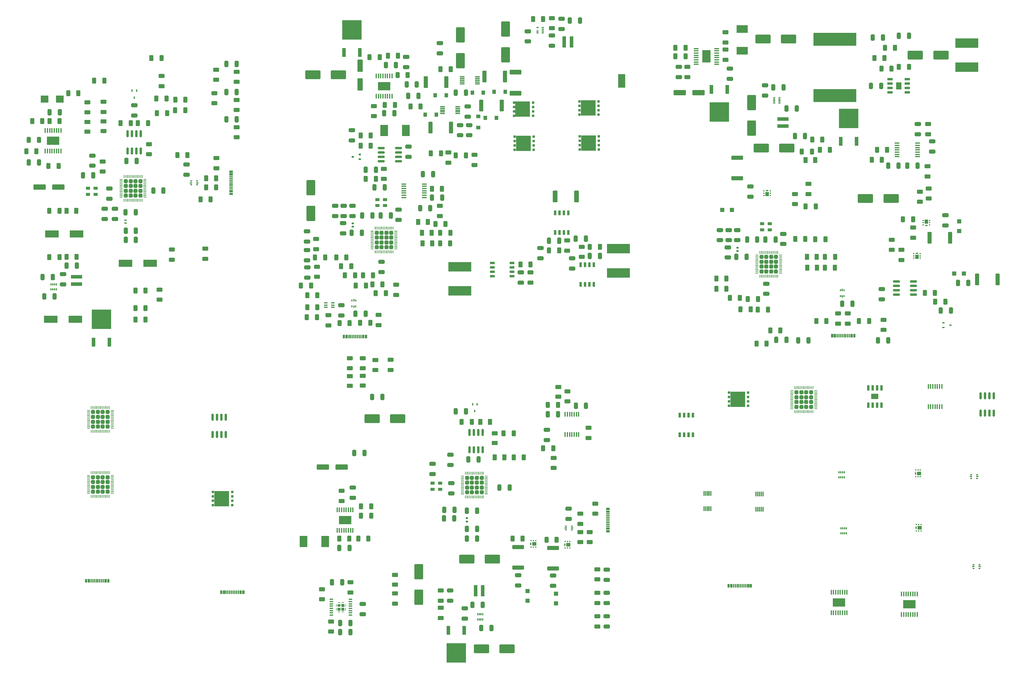
<source format=gbr>
%TF.GenerationSoftware,KiCad,Pcbnew,8.0.0*%
%TF.CreationDate,2024-03-30T18:44:18+01:00*%
%TF.ProjectId,schematic-main _ kopia,73636865-6d61-4746-9963-2d6d61696e20,rev?*%
%TF.SameCoordinates,Original*%
%TF.FileFunction,Paste,Top*%
%TF.FilePolarity,Positive*%
%FSLAX46Y46*%
G04 Gerber Fmt 4.6, Leading zero omitted, Abs format (unit mm)*
G04 Created by KiCad (PCBNEW 8.0.0) date 2024-03-30 18:44:18*
%MOMM*%
%LPD*%
G01*
G04 APERTURE LIST*
G04 Aperture macros list*
%AMRoundRect*
0 Rectangle with rounded corners*
0 $1 Rounding radius*
0 $2 $3 $4 $5 $6 $7 $8 $9 X,Y pos of 4 corners*
0 Add a 4 corners polygon primitive as box body*
4,1,4,$2,$3,$4,$5,$6,$7,$8,$9,$2,$3,0*
0 Add four circle primitives for the rounded corners*
1,1,$1+$1,$2,$3*
1,1,$1+$1,$4,$5*
1,1,$1+$1,$6,$7*
1,1,$1+$1,$8,$9*
0 Add four rect primitives between the rounded corners*
20,1,$1+$1,$2,$3,$4,$5,0*
20,1,$1+$1,$4,$5,$6,$7,0*
20,1,$1+$1,$6,$7,$8,$9,0*
20,1,$1+$1,$8,$9,$2,$3,0*%
G04 Aperture macros list end*
%ADD10R,0.300000X1.100000*%
%ADD11R,0.800000X0.700000*%
%ADD12R,0.680000X0.700000*%
%ADD13R,4.320000X4.510000*%
%ADD14RoundRect,0.250000X0.315000X-0.315000X0.315000X0.315000X-0.315000X0.315000X-0.315000X-0.315000X0*%
%ADD15RoundRect,0.050000X0.050000X-0.387500X0.050000X0.387500X-0.050000X0.387500X-0.050000X-0.387500X0*%
%ADD16RoundRect,0.050000X0.387500X-0.050000X0.387500X0.050000X-0.387500X0.050000X-0.387500X-0.050000X0*%
%ADD17RoundRect,0.150000X0.150000X-0.825000X0.150000X0.825000X-0.150000X0.825000X-0.150000X-0.825000X0*%
%ADD18R,0.500000X0.375000*%
%ADD19R,0.650000X0.300000*%
%ADD20R,0.350000X0.430000*%
%ADD21R,1.250000X1.100000*%
%ADD22R,0.350000X0.660000*%
%ADD23RoundRect,0.050000X0.100000X-0.285000X0.100000X0.285000X-0.100000X0.285000X-0.100000X-0.285000X0*%
%ADD24R,0.450000X1.475000*%
%ADD25R,3.550000X2.460000*%
%ADD26R,0.300000X1.400000*%
%ADD27RoundRect,0.250000X-0.325000X-0.650000X0.325000X-0.650000X0.325000X0.650000X-0.325000X0.650000X0*%
%ADD28RoundRect,0.250000X0.375000X0.625000X-0.375000X0.625000X-0.375000X-0.625000X0.375000X-0.625000X0*%
%ADD29RoundRect,0.250000X-0.650000X0.325000X-0.650000X-0.325000X0.650000X-0.325000X0.650000X0.325000X0*%
%ADD30RoundRect,0.250000X0.312500X0.625000X-0.312500X0.625000X-0.312500X-0.625000X0.312500X-0.625000X0*%
%ADD31RoundRect,0.250000X-0.625000X0.312500X-0.625000X-0.312500X0.625000X-0.312500X0.625000X0.312500X0*%
%ADD32RoundRect,0.250000X0.650000X-0.325000X0.650000X0.325000X-0.650000X0.325000X-0.650000X-0.325000X0*%
%ADD33RoundRect,0.250000X0.625000X-0.312500X0.625000X0.312500X-0.625000X0.312500X-0.625000X-0.312500X0*%
%ADD34R,1.200000X0.950000*%
%ADD35RoundRect,0.250000X0.325000X0.650000X-0.325000X0.650000X-0.325000X-0.650000X0.325000X-0.650000X0*%
%ADD36RoundRect,0.250000X1.425000X-0.362500X1.425000X0.362500X-1.425000X0.362500X-1.425000X-0.362500X0*%
%ADD37RoundRect,0.250000X-1.950000X-1.000000X1.950000X-1.000000X1.950000X1.000000X-1.950000X1.000000X0*%
%ADD38RoundRect,0.250000X-1.000000X1.950000X-1.000000X-1.950000X1.000000X-1.950000X1.000000X1.950000X0*%
%ADD39R,2.173999X3.200400*%
%ADD40RoundRect,0.250000X-0.312500X-0.625000X0.312500X-0.625000X0.312500X0.625000X-0.312500X0.625000X0*%
%ADD41R,0.450000X0.700000*%
%ADD42RoundRect,0.250000X0.625000X-0.375000X0.625000X0.375000X-0.625000X0.375000X-0.625000X-0.375000X0*%
%ADD43R,1.200000X1.200000*%
%ADD44RoundRect,0.147500X0.172500X-0.147500X0.172500X0.147500X-0.172500X0.147500X-0.172500X-0.147500X0*%
%ADD45RoundRect,0.250000X-0.625000X0.375000X-0.625000X-0.375000X0.625000X-0.375000X0.625000X0.375000X0*%
%ADD46R,0.250000X0.800000*%
%ADD47R,0.800000X0.250000*%
%ADD48R,0.850000X0.800000*%
%ADD49R,0.850000X0.850000*%
%ADD50R,1.050000X0.450000*%
%ADD51RoundRect,0.250000X-0.375000X-0.625000X0.375000X-0.625000X0.375000X0.625000X-0.375000X0.625000X0*%
%ADD52R,1.060000X2.600000*%
%ADD53R,5.632000X5.700000*%
%ADD54R,1.100000X0.300000*%
%ADD55R,1.100000X3.200000*%
%ADD56RoundRect,0.250000X1.500000X0.550000X-1.500000X0.550000X-1.500000X-0.550000X1.500000X-0.550000X0*%
%ADD57R,0.750000X1.350000*%
%ADD58R,4.000000X2.000000*%
%ADD59R,2.200000X2.150000*%
%ADD60R,3.200000X1.100000*%
%ADD61R,0.650000X0.350000*%
%ADD62RoundRect,0.250000X-0.550000X1.500000X-0.550000X-1.500000X0.550000X-1.500000X0.550000X1.500000X0*%
%ADD63R,0.375000X0.500000*%
%ADD64R,0.300000X0.650000*%
%ADD65R,1.400000X0.300000*%
%ADD66R,2.000000X4.000000*%
%ADD67RoundRect,0.050000X-0.285000X-0.100000X0.285000X-0.100000X0.285000X0.100000X-0.285000X0.100000X0*%
%ADD68RoundRect,0.147500X-0.172500X0.147500X-0.172500X-0.147500X0.172500X-0.147500X0.172500X0.147500X0*%
%ADD69RoundRect,0.249999X0.450001X1.425001X-0.450001X1.425001X-0.450001X-1.425001X0.450001X-1.425001X0*%
%ADD70R,1.120000X1.220000*%
%ADD71R,6.710000X2.730000*%
%ADD72RoundRect,0.250000X-0.362500X-1.425000X0.362500X-1.425000X0.362500X1.425000X-0.362500X1.425000X0*%
%ADD73R,1.475000X0.450000*%
%ADD74RoundRect,0.250000X-0.315000X-0.315000X0.315000X-0.315000X0.315000X0.315000X-0.315000X0.315000X0*%
%ADD75RoundRect,0.050000X-0.387500X-0.050000X0.387500X-0.050000X0.387500X0.050000X-0.387500X0.050000X0*%
%ADD76RoundRect,0.050000X-0.050000X-0.387500X0.050000X-0.387500X0.050000X0.387500X-0.050000X0.387500X0*%
%ADD77R,1.000000X0.400000*%
%ADD78R,1.350000X0.750000*%
%ADD79RoundRect,0.249999X1.425001X-0.450001X1.425001X0.450001X-1.425001X0.450001X-1.425001X-0.450001X0*%
%ADD80RoundRect,0.250000X1.000000X-1.950000X1.000000X1.950000X-1.000000X1.950000X-1.000000X-1.950000X0*%
%ADD81RoundRect,0.112500X0.237500X-0.112500X0.237500X0.112500X-0.237500X0.112500X-0.237500X-0.112500X0*%
%ADD82RoundRect,0.150000X0.825000X0.150000X-0.825000X0.150000X-0.825000X-0.150000X0.825000X-0.150000X0*%
%ADD83R,1.220000X1.120000*%
%ADD84R,0.802000X1.505000*%
%ADD85R,2.101200X1.567800*%
%ADD86RoundRect,0.150000X-0.825000X-0.150000X0.825000X-0.150000X0.825000X0.150000X-0.825000X0.150000X0*%
%ADD87RoundRect,0.250000X1.950000X1.000000X-1.950000X1.000000X-1.950000X-1.000000X1.950000X-1.000000X0*%
%ADD88R,0.430000X0.350000*%
%ADD89R,1.100000X1.250000*%
%ADD90R,0.660000X0.350000*%
%ADD91R,3.200400X2.173999*%
%ADD92R,12.320000X3.825000*%
%ADD93RoundRect,0.250000X0.362500X1.425000X-0.362500X1.425000X-0.362500X-1.425000X0.362500X-1.425000X0*%
%ADD94R,1.505000X0.802000*%
%ADD95R,1.567800X2.101200*%
%ADD96R,2.460000X3.550000*%
%ADD97R,0.700000X0.450000*%
G04 APERTURE END LIST*
D10*
%TO.C,P1*%
X-38750000Y-182750000D03*
X-37950000Y-182750000D03*
X-36650000Y-182750000D03*
X-35650000Y-182750000D03*
X-35150000Y-182750000D03*
X-34150000Y-182750000D03*
X-32850000Y-182750000D03*
X-32050000Y-182750000D03*
X-32350000Y-182750000D03*
X-33150000Y-182750000D03*
X-33650000Y-182750000D03*
X-34650000Y-182750000D03*
X-36150000Y-182750000D03*
X-37150000Y-182750000D03*
X-37650000Y-182750000D03*
X-38450000Y-182750000D03*
%TD*%
%TO.C,P1*%
X-77750000Y-179450000D03*
X-76950000Y-179450000D03*
X-75650000Y-179450000D03*
X-74650000Y-179450000D03*
X-74150000Y-179450000D03*
X-73150000Y-179450000D03*
X-71850000Y-179450000D03*
X-71050000Y-179450000D03*
X-71350000Y-179450000D03*
X-72150000Y-179450000D03*
X-72650000Y-179450000D03*
X-73650000Y-179450000D03*
X-75150000Y-179450000D03*
X-76150000Y-179450000D03*
X-76650000Y-179450000D03*
X-77450000Y-179450000D03*
%TD*%
D11*
%TO.C,Q4*%
X-35449000Y-157605000D03*
X-35449000Y-156335000D03*
X-35449000Y-155065000D03*
X-35449000Y-153795000D03*
D12*
X-40964000Y-153795000D03*
X-40964000Y-155065000D03*
X-40964000Y-156335000D03*
X-40964000Y-157605000D03*
D13*
X-38464000Y-155700000D03*
%TD*%
D14*
%TO.C,U4*%
X-75600000Y-153700000D03*
X-74200000Y-153700000D03*
X-72800000Y-153700000D03*
X-71400000Y-153700000D03*
X-75600000Y-152300000D03*
X-74200000Y-152300000D03*
X-72800000Y-152300000D03*
X-71400000Y-152300000D03*
X-75600000Y-150900000D03*
X-74200000Y-150900000D03*
X-72800000Y-150900000D03*
X-71400000Y-150900000D03*
X-75600000Y-149500000D03*
X-74200000Y-149500000D03*
X-72800000Y-149500000D03*
X-71400000Y-149500000D03*
D15*
X-76100000Y-155037500D03*
X-75700000Y-155037500D03*
X-75300000Y-155037500D03*
X-74900000Y-155037500D03*
X-74500000Y-155037500D03*
X-74100000Y-155037500D03*
X-73700000Y-155037500D03*
X-73300000Y-155037500D03*
X-72900000Y-155037500D03*
X-72500000Y-155037500D03*
X-72100000Y-155037500D03*
X-71700000Y-155037500D03*
X-71300000Y-155037500D03*
X-70900000Y-155037500D03*
D16*
X-70062500Y-154200000D03*
X-70062500Y-153800000D03*
X-70062500Y-153400000D03*
X-70062500Y-153000000D03*
X-70062500Y-152600000D03*
X-70062500Y-152200000D03*
X-70062500Y-151800000D03*
X-70062500Y-151400000D03*
X-70062500Y-151000000D03*
X-70062500Y-150600000D03*
X-70062500Y-150200000D03*
X-70062500Y-149800000D03*
X-70062500Y-149400000D03*
X-70062500Y-149000000D03*
D15*
X-70900000Y-148162500D03*
X-71300000Y-148162500D03*
X-71700000Y-148162500D03*
X-72100000Y-148162500D03*
X-72500000Y-148162500D03*
X-72900000Y-148162500D03*
X-73300000Y-148162500D03*
X-73700000Y-148162500D03*
X-74100000Y-148162500D03*
X-74500000Y-148162500D03*
X-74900000Y-148162500D03*
X-75300000Y-148162500D03*
X-75700000Y-148162500D03*
X-76100000Y-148162500D03*
D16*
X-76937500Y-149000000D03*
X-76937500Y-149400000D03*
X-76937500Y-149800000D03*
X-76937500Y-150200000D03*
X-76937500Y-150600000D03*
X-76937500Y-151000000D03*
X-76937500Y-151400000D03*
X-76937500Y-151800000D03*
X-76937500Y-152200000D03*
X-76937500Y-152600000D03*
X-76937500Y-153000000D03*
X-76937500Y-153400000D03*
X-76937500Y-153800000D03*
X-76937500Y-154200000D03*
%TD*%
D14*
%TO.C,U4*%
X-75600000Y-134900000D03*
X-74200000Y-134900000D03*
X-72800000Y-134900000D03*
X-71400000Y-134900000D03*
X-75600000Y-133500000D03*
X-74200000Y-133500000D03*
X-72800000Y-133500000D03*
X-71400000Y-133500000D03*
X-75600000Y-132100000D03*
X-74200000Y-132100000D03*
X-72800000Y-132100000D03*
X-71400000Y-132100000D03*
X-75600000Y-130700000D03*
X-74200000Y-130700000D03*
X-72800000Y-130700000D03*
X-71400000Y-130700000D03*
D15*
X-76100000Y-136237500D03*
X-75700000Y-136237500D03*
X-75300000Y-136237500D03*
X-74900000Y-136237500D03*
X-74500000Y-136237500D03*
X-74100000Y-136237500D03*
X-73700000Y-136237500D03*
X-73300000Y-136237500D03*
X-72900000Y-136237500D03*
X-72500000Y-136237500D03*
X-72100000Y-136237500D03*
X-71700000Y-136237500D03*
X-71300000Y-136237500D03*
X-70900000Y-136237500D03*
D16*
X-70062500Y-135400000D03*
X-70062500Y-135000000D03*
X-70062500Y-134600000D03*
X-70062500Y-134200000D03*
X-70062500Y-133800000D03*
X-70062500Y-133400000D03*
X-70062500Y-133000000D03*
X-70062500Y-132600000D03*
X-70062500Y-132200000D03*
X-70062500Y-131800000D03*
X-70062500Y-131400000D03*
X-70062500Y-131000000D03*
X-70062500Y-130600000D03*
X-70062500Y-130200000D03*
D15*
X-70900000Y-129362500D03*
X-71300000Y-129362500D03*
X-71700000Y-129362500D03*
X-72100000Y-129362500D03*
X-72500000Y-129362500D03*
X-72900000Y-129362500D03*
X-73300000Y-129362500D03*
X-73700000Y-129362500D03*
X-74100000Y-129362500D03*
X-74500000Y-129362500D03*
X-74900000Y-129362500D03*
X-75300000Y-129362500D03*
X-75700000Y-129362500D03*
X-76100000Y-129362500D03*
D16*
X-76937500Y-130200000D03*
X-76937500Y-130600000D03*
X-76937500Y-131000000D03*
X-76937500Y-131400000D03*
X-76937500Y-131800000D03*
X-76937500Y-132200000D03*
X-76937500Y-132600000D03*
X-76937500Y-133000000D03*
X-76937500Y-133400000D03*
X-76937500Y-133800000D03*
X-76937500Y-134200000D03*
X-76937500Y-134600000D03*
X-76937500Y-135000000D03*
X-76937500Y-135400000D03*
%TD*%
D17*
%TO.C,U5*%
X-41105000Y-137175000D03*
X-39835000Y-137175000D03*
X-38565000Y-137175000D03*
X-37295000Y-137175000D03*
X-37295000Y-132225000D03*
X-38565000Y-132225000D03*
X-39835000Y-132225000D03*
X-41105000Y-132225000D03*
%TD*%
D18*
%TO.C,U3*%
X178650000Y-174762500D03*
D19*
X178575000Y-175300000D03*
D18*
X178650000Y-175837500D03*
X180350000Y-175837500D03*
D19*
X180425000Y-175300000D03*
D18*
X180350000Y-174762500D03*
%TD*%
D20*
%TO.C,Q3*%
X163450000Y-163165000D03*
X162800000Y-163165000D03*
D21*
X163085000Y-164100000D03*
D20*
X163450000Y-165035000D03*
X162800000Y-165035000D03*
X162150000Y-163165000D03*
D22*
X162025000Y-164100000D03*
D20*
X162150000Y-165035000D03*
%TD*%
D23*
%TO.C,U2*%
X140350000Y-165740000D03*
X140850000Y-165740000D03*
X141350000Y-165740000D03*
X141850000Y-165740000D03*
X141850000Y-164260000D03*
X141350000Y-164260000D03*
X140850000Y-164260000D03*
X140350000Y-164260000D03*
%TD*%
D24*
%TO.C,IC1*%
X162375000Y-183262000D03*
X161725000Y-183262000D03*
X161075000Y-183262000D03*
X160425000Y-183262000D03*
X159775000Y-183262000D03*
X159125000Y-183262000D03*
X158475000Y-183262000D03*
X157825000Y-183262000D03*
X157825000Y-189138000D03*
X158475000Y-189138000D03*
X159125000Y-189138000D03*
X159775000Y-189138000D03*
X160425000Y-189138000D03*
X161075000Y-189138000D03*
X161725000Y-189138000D03*
X162375000Y-189138000D03*
D25*
X160100000Y-186200000D03*
%TD*%
D26*
%TO.C,IC7*%
X117800000Y-154400000D03*
X117300000Y-154400000D03*
X116800000Y-154400000D03*
X116300000Y-154400000D03*
X115800000Y-154400000D03*
X115800000Y-158800000D03*
X116300000Y-158800000D03*
X116800000Y-158800000D03*
X117300000Y-158800000D03*
X117800000Y-158800000D03*
%TD*%
D27*
%TO.C,C28*%
X5007000Y-126335802D03*
X7957000Y-126335802D03*
%TD*%
D28*
%TO.C,D5*%
X43200000Y-143800000D03*
X40400000Y-143800000D03*
%TD*%
D29*
%TO.C,C13*%
X72712500Y-182887500D03*
X72712500Y-185837500D03*
%TD*%
D30*
%TO.C,R32*%
X58623450Y-128654800D03*
X55698450Y-128654800D03*
%TD*%
D31*
%TO.C,R24*%
X2300000Y-115137500D03*
X2300000Y-118062500D03*
%TD*%
%TO.C,R22*%
X11550000Y-183087500D03*
X11550000Y-186012500D03*
%TD*%
D32*
%TO.C,C9*%
X-650000Y-155475000D03*
X-650000Y-152525000D03*
%TD*%
D33*
%TO.C,R38*%
X67500000Y-138162500D03*
X67500000Y-135237500D03*
%TD*%
D31*
%TO.C,R34*%
X-6875000Y-191162500D03*
X-6875000Y-194087500D03*
%TD*%
D33*
%TO.C,R33*%
X-9475000Y-184787500D03*
X-9475000Y-181862500D03*
%TD*%
D34*
%TO.C,Y1*%
X22400000Y-152975000D03*
X24600000Y-152975000D03*
X24600000Y-151225000D03*
X22400000Y-151225000D03*
%TD*%
D33*
%TO.C,R26*%
X57400000Y-146862500D03*
X57400000Y-143937500D03*
%TD*%
D35*
%TO.C,C18*%
X28775000Y-158900000D03*
X25825000Y-158900000D03*
%TD*%
D36*
%TO.C,R28*%
X47178100Y-175640600D03*
X47178100Y-169715600D03*
%TD*%
D29*
%TO.C,C22*%
X27800000Y-151225000D03*
X27800000Y-154175000D03*
%TD*%
D17*
%TO.C,U5*%
X33095000Y-141575000D03*
X34365000Y-141575000D03*
X35635000Y-141575000D03*
X36905000Y-141575000D03*
X36905000Y-136625000D03*
X35635000Y-136625000D03*
X34365000Y-136625000D03*
X33095000Y-136625000D03*
%TD*%
D32*
%TO.C,C21*%
X22400000Y-148575000D03*
X22400000Y-145625000D03*
%TD*%
D37*
%TO.C,C14*%
X32300000Y-173200000D03*
X39700000Y-173200000D03*
%TD*%
D31*
%TO.C,R7*%
X24825000Y-182237500D03*
X24825000Y-185162500D03*
%TD*%
D38*
%TO.C,C7*%
X18400000Y-176800000D03*
X18400000Y-184200000D03*
%TD*%
D31*
%TO.C,R13*%
X70012500Y-182900000D03*
X70012500Y-185825000D03*
%TD*%
D39*
%TO.C,D1*%
X-8572998Y-168100000D03*
X-14827002Y-168100000D03*
%TD*%
D29*
%TO.C,C12*%
X72712500Y-189687500D03*
X72712500Y-192637500D03*
%TD*%
D31*
%TO.C,R4*%
X67800000Y-165337500D03*
X67800000Y-168262500D03*
%TD*%
D40*
%TO.C,R21*%
X45837500Y-143800000D03*
X48762500Y-143800000D03*
%TD*%
D35*
%TO.C,C24*%
X32059250Y-130521900D03*
X29109250Y-130521900D03*
%TD*%
D41*
%TO.C,D3*%
X35284250Y-128421900D03*
X33984250Y-128421900D03*
X34634250Y-130421900D03*
%TD*%
D42*
%TO.C,R17*%
X58760950Y-126254800D03*
X58760950Y-123454800D03*
%TD*%
D29*
%TO.C,C8*%
X31750000Y-187375000D03*
X31750000Y-190325000D03*
%TD*%
D32*
%TO.C,C30*%
X55400000Y-138775000D03*
X55400000Y-135825000D03*
%TD*%
%TO.C,C32*%
X57200000Y-180875000D03*
X57200000Y-177925000D03*
%TD*%
D43*
%TO.C,D8*%
X58050000Y-185970000D03*
X58050000Y-183170000D03*
%TD*%
D27*
%TO.C,C10*%
X41725000Y-152500000D03*
X44675000Y-152500000D03*
%TD*%
D33*
%TO.C,R37*%
X-1275000Y-182787500D03*
X-1275000Y-179862500D03*
%TD*%
D42*
%TO.C,D6*%
X11550000Y-180550000D03*
X11550000Y-177750000D03*
%TD*%
D27*
%TO.C,C1*%
X-4525000Y-169962000D03*
X-1575000Y-169962000D03*
%TD*%
D44*
%TO.C,L2*%
X32300000Y-162285000D03*
X32300000Y-161315000D03*
%TD*%
D27*
%TO.C,C33*%
X63785950Y-128854800D03*
X66735950Y-128854800D03*
%TD*%
D31*
%TO.C,R9*%
X24825000Y-187237500D03*
X24825000Y-190162500D03*
%TD*%
D35*
%TO.C,C35*%
X-1300000Y-191625000D03*
X-4250000Y-191625000D03*
%TD*%
D37*
%TO.C,C27*%
X4969000Y-132575802D03*
X12369000Y-132575802D03*
%TD*%
D40*
%TO.C,R10*%
X1787500Y-157900000D03*
X4712500Y-157900000D03*
%TD*%
%TO.C,R11*%
X1787500Y-160600000D03*
X4712500Y-160600000D03*
%TD*%
D30*
%TO.C,R29*%
X58262500Y-167600000D03*
X55337500Y-167600000D03*
%TD*%
D35*
%TO.C,C19*%
X28675000Y-161400000D03*
X25725000Y-161400000D03*
%TD*%
D43*
%TO.C,D7*%
X49850000Y-185150000D03*
X49850000Y-182350000D03*
%TD*%
D27*
%TO.C,C15*%
X32325000Y-167200000D03*
X35275000Y-167200000D03*
%TD*%
D45*
%TO.C,D4*%
X40400000Y-136800000D03*
X40400000Y-139600000D03*
%TD*%
D35*
%TO.C,C26*%
X58635950Y-131354800D03*
X55685950Y-131354800D03*
%TD*%
%TO.C,C34*%
X-1300000Y-194245000D03*
X-4250000Y-194245000D03*
%TD*%
D27*
%TO.C,C17*%
X32325000Y-159200000D03*
X35275000Y-159200000D03*
%TD*%
D36*
%TO.C,R30*%
X57200000Y-175862500D03*
X57200000Y-169937500D03*
%TD*%
D32*
%TO.C,C20*%
X61700000Y-161575000D03*
X61700000Y-158625000D03*
%TD*%
D18*
%TO.C,U3*%
X62650000Y-164737500D03*
D19*
X62725000Y-164200000D03*
D18*
X62650000Y-163662500D03*
X60950000Y-163662500D03*
D19*
X60875000Y-164200000D03*
D18*
X60950000Y-164737500D03*
%TD*%
D35*
%TO.C,C23*%
X35675000Y-144400000D03*
X32725000Y-144400000D03*
%TD*%
D31*
%TO.C,R23*%
X70012500Y-176100000D03*
X70012500Y-179025000D03*
%TD*%
D32*
%TO.C,C31*%
X47178100Y-180753100D03*
X47178100Y-177803100D03*
%TD*%
D31*
%TO.C,R6*%
X-3850000Y-153437500D03*
X-3850000Y-156362500D03*
%TD*%
D24*
%TO.C,IC1*%
X64610950Y-131316800D03*
X63960950Y-131316800D03*
X63310950Y-131316800D03*
X62660950Y-131316800D03*
X62010950Y-131316800D03*
X61360950Y-131316800D03*
X60710950Y-131316800D03*
X60710950Y-137192800D03*
X61360950Y-137192800D03*
X62010950Y-137192800D03*
X62660950Y-137192800D03*
X63310950Y-137192800D03*
X63960950Y-137192800D03*
X64610950Y-137192800D03*
%TD*%
D20*
%TO.C,MOSFET1*%
X52178100Y-167808100D03*
X51528100Y-167808100D03*
X50878100Y-167808100D03*
X50878100Y-169678100D03*
X51528100Y-169678100D03*
X52178100Y-169678100D03*
D21*
X51813100Y-168743100D03*
D22*
X50753100Y-168743100D03*
%TD*%
D30*
%TO.C,R27*%
X48424850Y-167200000D03*
X45499850Y-167200000D03*
%TD*%
D46*
%TO.C,U6*%
X-5375000Y-186500000D03*
X-5375000Y-187600000D03*
D47*
X-4600000Y-185725000D03*
D48*
X-4600000Y-186500000D03*
D49*
X-4600000Y-187600000D03*
D47*
X-4600000Y-188375000D03*
X-3500000Y-185725000D03*
D49*
X-3500000Y-186500000D03*
X-3500000Y-187600000D03*
D47*
X-3500000Y-188375000D03*
D46*
X-2725000Y-186500000D03*
X-2725000Y-187600000D03*
D50*
X-6825000Y-184775000D03*
X-6825000Y-185425000D03*
X-6825000Y-186075000D03*
X-6825000Y-186725000D03*
X-6825000Y-187375000D03*
X-6825000Y-188025000D03*
X-6825000Y-188675000D03*
X-6825000Y-189325000D03*
X-1275000Y-189325000D03*
X-1275000Y-188675000D03*
X-1275000Y-188025000D03*
X-1275000Y-187375000D03*
X-1275000Y-186725000D03*
X-1275000Y-186075000D03*
X-1275000Y-185425000D03*
X-1275000Y-184775000D03*
%TD*%
D31*
%TO.C,R1*%
X65100000Y-165337500D03*
X65100000Y-168262500D03*
%TD*%
D40*
%TO.C,R8*%
X987500Y-167262000D03*
X3912500Y-167262000D03*
%TD*%
D29*
%TO.C,C25*%
X72712500Y-176187500D03*
X72712500Y-179137500D03*
%TD*%
D31*
%TO.C,R12*%
X70012500Y-189700000D03*
X70012500Y-192625000D03*
%TD*%
D27*
%TO.C,C29*%
X-193000Y-142535802D03*
X2757000Y-142535802D03*
%TD*%
D24*
%TO.C,IC2*%
X-5125000Y-164838000D03*
X-4475000Y-164838000D03*
X-3825000Y-164838000D03*
X-3175000Y-164838000D03*
X-2525000Y-164838000D03*
X-1875000Y-164838000D03*
X-1225000Y-164838000D03*
X-575000Y-164838000D03*
X-575000Y-158962000D03*
X-1225000Y-158962000D03*
X-1875000Y-158962000D03*
X-2525000Y-158962000D03*
X-3175000Y-158962000D03*
X-3825000Y-158962000D03*
X-4475000Y-158962000D03*
X-5125000Y-158962000D03*
D25*
X-2850000Y-161900000D03*
%TD*%
D51*
%TO.C,R19*%
X36200000Y-133500000D03*
X39000000Y-133500000D03*
%TD*%
D52*
%TO.C,D2*%
X31586000Y-193720500D03*
X27014000Y-193720500D03*
D53*
X29300000Y-200270500D03*
%TD*%
D54*
%TO.C,P1*%
X73050000Y-165250000D03*
X73050000Y-164450000D03*
X73050000Y-163150000D03*
X73050000Y-162150000D03*
X73050000Y-161650000D03*
X73050000Y-160650000D03*
X73050000Y-159350000D03*
X73050000Y-158550000D03*
X73050000Y-158850000D03*
X73050000Y-159650000D03*
X73050000Y-160150000D03*
X73050000Y-161150000D03*
X73050000Y-162650000D03*
X73050000Y-163650000D03*
X73050000Y-164150000D03*
X73050000Y-164950000D03*
%TD*%
D40*
%TO.C,R20*%
X42937500Y-136800000D03*
X45862500Y-136800000D03*
%TD*%
D14*
%TO.C,U4*%
X32400000Y-153900000D03*
X33800000Y-153900000D03*
X35200000Y-153900000D03*
X36600000Y-153900000D03*
X32400000Y-152500000D03*
X33800000Y-152500000D03*
X35200000Y-152500000D03*
X36600000Y-152500000D03*
X32400000Y-151100000D03*
X33800000Y-151100000D03*
X35200000Y-151100000D03*
X36600000Y-151100000D03*
X32400000Y-149700000D03*
X33800000Y-149700000D03*
X35200000Y-149700000D03*
X36600000Y-149700000D03*
D15*
X31900000Y-155237500D03*
X32300000Y-155237500D03*
X32700000Y-155237500D03*
X33100000Y-155237500D03*
X33500000Y-155237500D03*
X33900000Y-155237500D03*
X34300000Y-155237500D03*
X34700000Y-155237500D03*
X35100000Y-155237500D03*
X35500000Y-155237500D03*
X35900000Y-155237500D03*
X36300000Y-155237500D03*
X36700000Y-155237500D03*
X37100000Y-155237500D03*
D16*
X37937500Y-154400000D03*
X37937500Y-154000000D03*
X37937500Y-153600000D03*
X37937500Y-153200000D03*
X37937500Y-152800000D03*
X37937500Y-152400000D03*
X37937500Y-152000000D03*
X37937500Y-151600000D03*
X37937500Y-151200000D03*
X37937500Y-150800000D03*
X37937500Y-150400000D03*
X37937500Y-150000000D03*
X37937500Y-149600000D03*
X37937500Y-149200000D03*
D15*
X37100000Y-148362500D03*
X36700000Y-148362500D03*
X36300000Y-148362500D03*
X35900000Y-148362500D03*
X35500000Y-148362500D03*
X35100000Y-148362500D03*
X34700000Y-148362500D03*
X34300000Y-148362500D03*
X33900000Y-148362500D03*
X33500000Y-148362500D03*
X33100000Y-148362500D03*
X32700000Y-148362500D03*
X32300000Y-148362500D03*
X31900000Y-148362500D03*
D16*
X31062500Y-149200000D03*
X31062500Y-149600000D03*
X31062500Y-150000000D03*
X31062500Y-150400000D03*
X31062500Y-150800000D03*
X31062500Y-151200000D03*
X31062500Y-151600000D03*
X31062500Y-152000000D03*
X31062500Y-152400000D03*
X31062500Y-152800000D03*
X31062500Y-153200000D03*
X31062500Y-153600000D03*
X31062500Y-154000000D03*
X31062500Y-154400000D03*
%TD*%
D45*
%TO.C,R35*%
X2300000Y-120240000D03*
X2300000Y-123040000D03*
%TD*%
D31*
%TO.C,R16*%
X61360950Y-124692300D03*
X61360950Y-127617300D03*
%TD*%
D40*
%TO.C,R31*%
X54337500Y-141200000D03*
X57262500Y-141200000D03*
%TD*%
D23*
%TO.C,U2*%
X35425000Y-190580000D03*
X35925000Y-190580000D03*
X36425000Y-190580000D03*
X36925000Y-190580000D03*
X36925000Y-189100000D03*
X36425000Y-189100000D03*
X35925000Y-189100000D03*
X35425000Y-189100000D03*
%TD*%
D27*
%TO.C,C4*%
X33950000Y-186400000D03*
X36900000Y-186400000D03*
%TD*%
D55*
%TO.C,L1*%
X36925000Y-182300000D03*
X34825000Y-182300000D03*
%TD*%
D35*
%TO.C,C37*%
X-3700000Y-179825000D03*
X-6650000Y-179825000D03*
%TD*%
D27*
%TO.C,C16*%
X32325000Y-164400000D03*
X35275000Y-164400000D03*
%TD*%
D56*
%TO.C,C5*%
X-3850000Y-146600000D03*
X-9250000Y-146600000D03*
%TD*%
D31*
%TO.C,R14*%
X10300000Y-115600000D03*
X10300000Y-118525000D03*
%TD*%
D37*
%TO.C,C2*%
X36525000Y-199100000D03*
X43925000Y-199100000D03*
%TD*%
D27*
%TO.C,C3*%
X36450000Y-193100000D03*
X39400000Y-193100000D03*
%TD*%
D40*
%TO.C,R5*%
X-4512500Y-167262000D03*
X-1587500Y-167262000D03*
%TD*%
D32*
%TO.C,C11*%
X27600000Y-145975000D03*
X27600000Y-143025000D03*
%TD*%
D30*
%TO.C,R18*%
X33762500Y-133500000D03*
X30837500Y-133500000D03*
%TD*%
D45*
%TO.C,R36*%
X-1500000Y-120340000D03*
X-1500000Y-123140000D03*
%TD*%
D31*
%TO.C,R15*%
X5900000Y-115637500D03*
X5900000Y-118562500D03*
%TD*%
%TO.C,R25*%
X-1500000Y-115137500D03*
X-1500000Y-118062500D03*
%TD*%
D33*
%TO.C,R3*%
X69400000Y-160062500D03*
X69400000Y-157137500D03*
%TD*%
D32*
%TO.C,C36*%
X2225000Y-189100000D03*
X2225000Y-186150000D03*
%TD*%
D29*
%TO.C,C6*%
X27525000Y-182225000D03*
X27525000Y-185175000D03*
%TD*%
D33*
%TO.C,R2*%
X65100000Y-162962500D03*
X65100000Y-160037500D03*
%TD*%
D20*
%TO.C,MOSFET2*%
X62025000Y-168065000D03*
X61375000Y-168065000D03*
X60725000Y-168065000D03*
X60725000Y-169935000D03*
X61375000Y-169935000D03*
X62025000Y-169935000D03*
D21*
X61660000Y-169000000D03*
D22*
X60600000Y-169000000D03*
%TD*%
D10*
%TO.C,P1*%
X107750000Y-180850000D03*
X108550000Y-180850000D03*
X109850000Y-180850000D03*
X110850000Y-180850000D03*
X111350000Y-180850000D03*
X112350000Y-180850000D03*
X113650000Y-180850000D03*
X114450000Y-180850000D03*
X114150000Y-180850000D03*
X113350000Y-180850000D03*
X112850000Y-180850000D03*
X111850000Y-180850000D03*
X110350000Y-180850000D03*
X109350000Y-180850000D03*
X108850000Y-180850000D03*
X108050000Y-180850000D03*
%TD*%
D26*
%TO.C,IC7*%
X102800000Y-154200000D03*
X102300000Y-154200000D03*
X101800000Y-154200000D03*
X101300000Y-154200000D03*
X100800000Y-154200000D03*
X100800000Y-158600000D03*
X101300000Y-158600000D03*
X101800000Y-158600000D03*
X102300000Y-158600000D03*
X102800000Y-158600000D03*
%TD*%
D11*
%TO.C,Q4*%
X113551000Y-128905000D03*
X113551000Y-127635000D03*
X113551000Y-126365000D03*
X113551000Y-125095000D03*
D12*
X108036000Y-125095000D03*
X108036000Y-126365000D03*
X108036000Y-127635000D03*
X108036000Y-128905000D03*
D13*
X110536000Y-127000000D03*
%TD*%
D57*
%TO.C,IC4*%
X93795000Y-137225000D03*
X95065000Y-137225000D03*
X96335000Y-137225000D03*
X97605000Y-137225000D03*
X97605000Y-131575000D03*
X96335000Y-131575000D03*
X95065000Y-131575000D03*
X93795000Y-131575000D03*
%TD*%
D58*
%TO.C,C15*%
X-66200000Y-87700000D03*
X-59100000Y-87700000D03*
%TD*%
D27*
%TO.C,C17*%
X-66175000Y-78300000D03*
X-63225000Y-78300000D03*
%TD*%
D30*
%TO.C,R5*%
X-41637500Y-69300000D03*
X-44562500Y-69300000D03*
%TD*%
D29*
%TO.C,C23*%
X-70862500Y-66175000D03*
X-70862500Y-69125000D03*
%TD*%
D54*
%TO.C,P1*%
X-35750000Y-67850000D03*
X-35750000Y-67050000D03*
X-35750000Y-65750000D03*
X-35750000Y-64750000D03*
X-35750000Y-64250000D03*
X-35750000Y-63250000D03*
X-35750000Y-61950000D03*
X-35750000Y-61150000D03*
X-35750000Y-61450000D03*
X-35750000Y-62250000D03*
X-35750000Y-62750000D03*
X-35750000Y-63750000D03*
X-35750000Y-65250000D03*
X-35750000Y-66250000D03*
X-35750000Y-66750000D03*
X-35750000Y-67550000D03*
%TD*%
D31*
%TO.C,R11*%
X-52850000Y-83787500D03*
X-52850000Y-86712500D03*
%TD*%
D33*
%TO.C,R23*%
X-72600000Y-44012500D03*
X-72600000Y-41087500D03*
%TD*%
D17*
%TO.C,U5*%
X-65610000Y-55300000D03*
X-64340000Y-55300000D03*
X-63070000Y-55300000D03*
X-61800000Y-55300000D03*
X-61800000Y-50350000D03*
X-63070000Y-50350000D03*
X-64340000Y-50350000D03*
X-65610000Y-50350000D03*
%TD*%
D24*
%TO.C,IC1*%
X-84850000Y-49400000D03*
X-85500000Y-49400000D03*
X-86150000Y-49400000D03*
X-86800000Y-49400000D03*
X-87450000Y-49400000D03*
X-88100000Y-49400000D03*
X-88750000Y-49400000D03*
X-89400000Y-49400000D03*
X-89400000Y-55276000D03*
X-88750000Y-55276000D03*
X-88100000Y-55276000D03*
X-87450000Y-55276000D03*
X-86800000Y-55276000D03*
X-86150000Y-55276000D03*
X-85500000Y-55276000D03*
X-84850000Y-55276000D03*
D25*
X-87125000Y-52338000D03*
%TD*%
D31*
%TO.C,R35*%
X-56400000Y-95337500D03*
X-56400000Y-98262500D03*
%TD*%
D29*
%TO.C,C4*%
X-84300000Y-90875000D03*
X-84300000Y-93825000D03*
%TD*%
D33*
%TO.C,R1*%
X-43200000Y-86462500D03*
X-43200000Y-83537500D03*
%TD*%
D30*
%TO.C,R30*%
X-55837500Y-28450000D03*
X-58762500Y-28450000D03*
%TD*%
D31*
%TO.C,R13*%
X-34100000Y-48437500D03*
X-34100000Y-51362500D03*
%TD*%
D34*
%TO.C,Y1*%
X-77062500Y-67850000D03*
X-74862500Y-67850000D03*
X-74862500Y-66100000D03*
X-77062500Y-66100000D03*
%TD*%
D35*
%TO.C,C6*%
X-80325000Y-88450000D03*
X-83275000Y-88450000D03*
%TD*%
D40*
%TO.C,R17*%
X-51912500Y-43500000D03*
X-48987500Y-43500000D03*
%TD*%
D33*
%TO.C,R4*%
X-40000000Y-60262500D03*
X-40000000Y-57337500D03*
%TD*%
D30*
%TO.C,R3*%
X-40037500Y-65800000D03*
X-42962500Y-65800000D03*
%TD*%
%TO.C,R24*%
X-85287500Y-72600000D03*
X-88212500Y-72600000D03*
%TD*%
D27*
%TO.C,C18*%
X-66225000Y-73000000D03*
X-63275000Y-73000000D03*
%TD*%
D35*
%TO.C,C24*%
X-63030000Y-58200000D03*
X-65980000Y-58200000D03*
%TD*%
D31*
%TO.C,R38*%
X-72800000Y-58337500D03*
X-72800000Y-61262500D03*
%TD*%
D27*
%TO.C,C10*%
X-58225000Y-66700000D03*
X-55275000Y-66700000D03*
%TD*%
D56*
%TO.C,C27*%
X-85600000Y-65700000D03*
X-91000000Y-65700000D03*
%TD*%
D45*
%TO.C,D5*%
X-72600000Y-46750000D03*
X-72600000Y-49550000D03*
%TD*%
D40*
%TO.C,R21*%
X-62662500Y-47275000D03*
X-59737500Y-47275000D03*
%TD*%
D58*
%TO.C,C7*%
X-80400000Y-79300000D03*
X-87500000Y-79300000D03*
%TD*%
D32*
%TO.C,C11*%
X-75800000Y-59575000D03*
X-75800000Y-56625000D03*
%TD*%
D31*
%TO.C,R15*%
X-34100000Y-32437500D03*
X-34100000Y-35362500D03*
%TD*%
D35*
%TO.C,C22*%
X-75525000Y-62300000D03*
X-78475000Y-62300000D03*
%TD*%
D59*
%TO.C,D7*%
X-89600000Y-40300000D03*
X-85200000Y-40300000D03*
%TD*%
D58*
%TO.C,C2*%
X-80700000Y-103900000D03*
X-87800000Y-103900000D03*
%TD*%
D30*
%TO.C,R6*%
X-60437500Y-95600000D03*
X-63362500Y-95600000D03*
%TD*%
%TO.C,R33*%
X-54387500Y-40150000D03*
X-57312500Y-40150000D03*
%TD*%
D32*
%TO.C,C25*%
X-63695000Y-45025000D03*
X-63695000Y-42075000D03*
%TD*%
D27*
%TO.C,C16*%
X-66175000Y-81000000D03*
X-63225000Y-81000000D03*
%TD*%
D18*
%TO.C,U3*%
X-47250000Y-63962500D03*
D19*
X-47325000Y-64500000D03*
D18*
X-47250000Y-65037500D03*
X-45550000Y-65037500D03*
D19*
X-45475000Y-64500000D03*
D18*
X-45550000Y-63962500D03*
%TD*%
D30*
%TO.C,R27*%
X-91237500Y-52100000D03*
X-94162500Y-52100000D03*
%TD*%
%TO.C,R20*%
X-64737500Y-47275000D03*
X-67662500Y-47275000D03*
%TD*%
%TO.C,R9*%
X-60437500Y-100700000D03*
X-63362500Y-100700000D03*
%TD*%
D60*
%TO.C,L1*%
X-80350000Y-93750000D03*
X-80350000Y-91650000D03*
%TD*%
D35*
%TO.C,C12*%
X-34125000Y-46200000D03*
X-37075000Y-46200000D03*
%TD*%
%TO.C,C26*%
X-85225000Y-44100000D03*
X-88175000Y-44100000D03*
%TD*%
D29*
%TO.C,C20*%
X-69300000Y-72025000D03*
X-69300000Y-74975000D03*
%TD*%
D30*
%TO.C,R28*%
X-85537500Y-59600000D03*
X-88462500Y-59600000D03*
%TD*%
D52*
%TO.C,D2*%
X-75486000Y-110493000D03*
X-70914000Y-110493000D03*
D53*
X-73200000Y-103943000D03*
%TD*%
D35*
%TO.C,C28*%
X-91225000Y-58600000D03*
X-94175000Y-58600000D03*
%TD*%
D33*
%TO.C,R31*%
X-40550000Y-41512500D03*
X-40550000Y-38587500D03*
%TD*%
D40*
%TO.C,R16*%
X-51262500Y-56500000D03*
X-48337500Y-56500000D03*
%TD*%
D33*
%TO.C,R18*%
X-59450000Y-56262500D03*
X-59450000Y-53337500D03*
%TD*%
D30*
%TO.C,R19*%
X-54237500Y-44350000D03*
X-57162500Y-44350000D03*
%TD*%
D33*
%TO.C,R32*%
X-55800000Y-36562500D03*
X-55800000Y-33637500D03*
%TD*%
D31*
%TO.C,R34*%
X-40100000Y-31837500D03*
X-40100000Y-34762500D03*
%TD*%
D40*
%TO.C,R7*%
X-63362500Y-104000000D03*
X-60437500Y-104000000D03*
%TD*%
D30*
%TO.C,R36*%
X-79837500Y-38600000D03*
X-82762500Y-38600000D03*
%TD*%
D35*
%TO.C,C14*%
X-34125000Y-30200000D03*
X-37075000Y-30200000D03*
%TD*%
%TO.C,C13*%
X-34125000Y-38300000D03*
X-37075000Y-38300000D03*
%TD*%
D30*
%TO.C,R29*%
X-91937500Y-55400000D03*
X-94862500Y-55400000D03*
%TD*%
D61*
%TO.C,L2*%
X-66250000Y-76100000D03*
X-66250000Y-75250000D03*
%TD*%
D30*
%TO.C,R2*%
X-40037500Y-63200000D03*
X-42962500Y-63200000D03*
%TD*%
%TO.C,R25*%
X-85237500Y-46700000D03*
X-88162500Y-46700000D03*
%TD*%
D35*
%TO.C,C3*%
X-86750000Y-97300000D03*
X-89700000Y-97300000D03*
%TD*%
D33*
%TO.C,R22*%
X-77200000Y-44162500D03*
X-77200000Y-41237500D03*
%TD*%
D31*
%TO.C,R14*%
X-34100000Y-40537500D03*
X-34100000Y-43462500D03*
%TD*%
D30*
%TO.C,R26*%
X-90237500Y-46700000D03*
X-93162500Y-46700000D03*
%TD*%
D40*
%TO.C,R12*%
X-51862500Y-40500000D03*
X-48937500Y-40500000D03*
%TD*%
D14*
%TO.C,U4*%
X-66137500Y-68200000D03*
X-64737500Y-68200000D03*
X-63337500Y-68200000D03*
X-61937500Y-68200000D03*
X-66137500Y-66800000D03*
X-64737500Y-66800000D03*
X-63337500Y-66800000D03*
X-61937500Y-66800000D03*
X-66137500Y-65400000D03*
X-64737500Y-65400000D03*
X-63337500Y-65400000D03*
X-61937500Y-65400000D03*
X-66137500Y-64000000D03*
X-64737500Y-64000000D03*
X-63337500Y-64000000D03*
X-61937500Y-64000000D03*
D15*
X-66637500Y-69537500D03*
X-66237500Y-69537500D03*
X-65837500Y-69537500D03*
X-65437500Y-69537500D03*
X-65037500Y-69537500D03*
X-64637500Y-69537500D03*
X-64237500Y-69537500D03*
X-63837500Y-69537500D03*
X-63437500Y-69537500D03*
X-63037500Y-69537500D03*
X-62637500Y-69537500D03*
X-62237500Y-69537500D03*
X-61837500Y-69537500D03*
X-61437500Y-69537500D03*
D16*
X-60600000Y-68700000D03*
X-60600000Y-68300000D03*
X-60600000Y-67900000D03*
X-60600000Y-67500000D03*
X-60600000Y-67100000D03*
X-60600000Y-66700000D03*
X-60600000Y-66300000D03*
X-60600000Y-65900000D03*
X-60600000Y-65500000D03*
X-60600000Y-65100000D03*
X-60600000Y-64700000D03*
X-60600000Y-64300000D03*
X-60600000Y-63900000D03*
X-60600000Y-63500000D03*
D15*
X-61437500Y-62662500D03*
X-61837500Y-62662500D03*
X-62237500Y-62662500D03*
X-62637500Y-62662500D03*
X-63037500Y-62662500D03*
X-63437500Y-62662500D03*
X-63837500Y-62662500D03*
X-64237500Y-62662500D03*
X-64637500Y-62662500D03*
X-65037500Y-62662500D03*
X-65437500Y-62662500D03*
X-65837500Y-62662500D03*
X-66237500Y-62662500D03*
X-66637500Y-62662500D03*
D16*
X-67475000Y-63500000D03*
X-67475000Y-63900000D03*
X-67475000Y-64300000D03*
X-67475000Y-64700000D03*
X-67475000Y-65100000D03*
X-67475000Y-65500000D03*
X-67475000Y-65900000D03*
X-67475000Y-66300000D03*
X-67475000Y-66700000D03*
X-67475000Y-67100000D03*
X-67475000Y-67500000D03*
X-67475000Y-67900000D03*
X-67475000Y-68300000D03*
X-67475000Y-68700000D03*
%TD*%
D29*
%TO.C,C19*%
X-72200000Y-72025000D03*
X-72200000Y-74975000D03*
%TD*%
D35*
%TO.C,C8*%
X-87225000Y-91750000D03*
X-90175000Y-91750000D03*
%TD*%
D23*
%TO.C,U2*%
X-87750000Y-95290000D03*
X-87250000Y-95290000D03*
X-86750000Y-95290000D03*
X-86250000Y-95290000D03*
X-86250000Y-93810000D03*
X-86750000Y-93810000D03*
X-87250000Y-93810000D03*
X-87750000Y-93810000D03*
%TD*%
D41*
%TO.C,D3*%
X-63045000Y-37900000D03*
X-64345000Y-37900000D03*
X-63695000Y-39900000D03*
%TD*%
D30*
%TO.C,R37*%
X-72337500Y-35000000D03*
X-75262500Y-35000000D03*
%TD*%
%TO.C,R8*%
X-80337500Y-85900000D03*
X-83262500Y-85900000D03*
%TD*%
%TO.C,R10*%
X-85287500Y-85950000D03*
X-88212500Y-85950000D03*
%TD*%
D32*
%TO.C,C21*%
X-48600000Y-62175000D03*
X-48600000Y-59225000D03*
%TD*%
D45*
%TO.C,D4*%
X-77200000Y-46900000D03*
X-77200000Y-49700000D03*
%TD*%
D51*
%TO.C,D6*%
X-83250000Y-72600000D03*
X-80450000Y-72600000D03*
%TD*%
D32*
%TO.C,C20*%
X-3200000Y-74075000D03*
X-3200000Y-71125000D03*
%TD*%
%TO.C,C17*%
X-13831250Y-86875000D03*
X-13831250Y-83925000D03*
%TD*%
D62*
%TO.C,C2*%
X1500000Y-30700000D03*
X1500000Y-36100000D03*
%TD*%
D38*
%TO.C,C4*%
X43500000Y-20100000D03*
X43500000Y-27500000D03*
%TD*%
D63*
%TO.C,U2*%
X237500Y-98450000D03*
D64*
X-300000Y-98375000D03*
D63*
X-837500Y-98450000D03*
X-837500Y-100150000D03*
D64*
X-300000Y-100225000D03*
D63*
X237500Y-100150000D03*
%TD*%
D28*
%TO.C,CAN D4*%
X22200000Y-78900000D03*
X19400000Y-78900000D03*
%TD*%
D27*
%TO.C,C38*%
X67825000Y-85600000D03*
X70775000Y-85600000D03*
%TD*%
D65*
%TO.C,IC6*%
X35400000Y-35900000D03*
X35400000Y-35400000D03*
X35400000Y-34900000D03*
X35400000Y-34400000D03*
X35400000Y-33900000D03*
X31000000Y-33900000D03*
X31000000Y-34400000D03*
X31000000Y-34900000D03*
X31000000Y-35400000D03*
X31000000Y-35900000D03*
%TD*%
D33*
%TO.C,R26*%
X61300000Y-84062500D03*
X61300000Y-81137500D03*
%TD*%
D27*
%TO.C,C1*%
X8425000Y-44400000D03*
X11375000Y-44400000D03*
%TD*%
D29*
%TO.C,C23*%
X7700000Y-87325000D03*
X7700000Y-90275000D03*
%TD*%
D66*
%TO.C,L3*%
X77000000Y-35100000D03*
%TD*%
D67*
%TO.C,U1*%
X52760000Y-19650000D03*
X52760000Y-20650000D03*
X52760000Y-21150000D03*
X54240000Y-21150000D03*
X54240000Y-20650000D03*
X54240000Y-20150000D03*
X54240000Y-19650000D03*
%TD*%
D68*
%TO.C,L2*%
X-600000Y-76215000D03*
X-600000Y-77185000D03*
%TD*%
D69*
%TO.C,(R51)*%
X63950000Y-68400000D03*
X57850000Y-68400000D03*
%TD*%
D70*
%TO.C,D12*%
X20300000Y-44800000D03*
X23500000Y-44800000D03*
%TD*%
D52*
%TO.C,D2*%
X-3186000Y-26879500D03*
X1386000Y-26879500D03*
D53*
X-900000Y-20329500D03*
%TD*%
D70*
%TO.C,D9*%
X23200000Y-39200000D03*
X26400000Y-39200000D03*
%TD*%
D71*
%TO.C,F1*%
X30300000Y-95690000D03*
X30300000Y-88710000D03*
%TD*%
D40*
%TO.C,R20*%
X-5362500Y-86000000D03*
X-2437500Y-86000000D03*
%TD*%
%TO.C,R6*%
X8637500Y-42000000D03*
X11562500Y-42000000D03*
%TD*%
D72*
%TO.C,R38*%
X20437500Y-35400000D03*
X26362500Y-35400000D03*
%TD*%
D73*
%TO.C,IC2*%
X20038000Y-68750000D03*
X20038000Y-68100000D03*
X20038000Y-67450000D03*
X20038000Y-66800000D03*
X20038000Y-66150000D03*
X20038000Y-65500000D03*
X20038000Y-64850000D03*
X14162000Y-64850000D03*
X14162000Y-65500000D03*
X14162000Y-66150000D03*
X14162000Y-66800000D03*
X14162000Y-67450000D03*
X14162000Y-68100000D03*
X14162000Y-68750000D03*
%TD*%
D40*
%TO.C,R18*%
X24587500Y-82000000D03*
X27512500Y-82000000D03*
%TD*%
D33*
%TO.C,R10*%
X56900000Y-19862500D03*
X56900000Y-16937500D03*
%TD*%
D27*
%TO.C,C14*%
X7425000Y-73900000D03*
X10375000Y-73900000D03*
%TD*%
%TO.C,C46*%
X22225000Y-68800000D03*
X25175000Y-68800000D03*
%TD*%
%TO.C,C31*%
X18825000Y-71800000D03*
X21775000Y-71800000D03*
%TD*%
D33*
%TO.C,R4*%
X-7600000Y-105662500D03*
X-7600000Y-102737500D03*
%TD*%
D71*
%TO.C,F2*%
X76100000Y-90490000D03*
X76100000Y-83510000D03*
%TD*%
D32*
%TO.C,C10*%
X59700000Y-20075000D03*
X59700000Y-17125000D03*
%TD*%
D72*
%TO.C,R34*%
X37437500Y-33800000D03*
X43362500Y-33800000D03*
%TD*%
D70*
%TO.C,D8*%
X33900000Y-38500000D03*
X37100000Y-38500000D03*
%TD*%
D11*
%TO.C,Q2*%
X51451000Y-45105000D03*
X51451000Y-43835000D03*
X51451000Y-42565000D03*
X51451000Y-41295000D03*
D12*
X45936000Y-41295000D03*
X45936000Y-42565000D03*
X45936000Y-43835000D03*
X45936000Y-45105000D03*
D13*
X48436000Y-43200000D03*
%TD*%
D32*
%TO.C,C37*%
X53600000Y-86275000D03*
X53600000Y-83325000D03*
%TD*%
D30*
%TO.C,R39*%
X24862500Y-56000000D03*
X21937500Y-56000000D03*
%TD*%
D31*
%TO.C,R12*%
X-11231250Y-80737500D03*
X-11231250Y-83662500D03*
%TD*%
D29*
%TO.C,C11*%
X24500000Y-24125000D03*
X24500000Y-27075000D03*
%TD*%
D72*
%TO.C,R47*%
X21837500Y-48500000D03*
X27762500Y-48500000D03*
%TD*%
D35*
%TO.C,C48*%
X18375000Y-39400000D03*
X15425000Y-39400000D03*
%TD*%
D32*
%TO.C,C18*%
X-13700000Y-91875000D03*
X-13700000Y-88925000D03*
%TD*%
D30*
%TO.C,R48*%
X32062500Y-56600000D03*
X29137500Y-56600000D03*
%TD*%
D72*
%TO.C,R45*%
X36437500Y-42200000D03*
X42362500Y-42200000D03*
%TD*%
D29*
%TO.C,C7*%
X14800000Y-28125000D03*
X14800000Y-31075000D03*
%TD*%
D74*
%TO.C,U3*%
X6300000Y-78900000D03*
X6300000Y-80300000D03*
X6300000Y-81700000D03*
X6300000Y-83100000D03*
X7700000Y-78900000D03*
X7700000Y-80300000D03*
X7700000Y-81700000D03*
X7700000Y-83100000D03*
X9100000Y-78900000D03*
X9100000Y-80300000D03*
X9100000Y-81700000D03*
X9100000Y-83100000D03*
X10500000Y-78900000D03*
X10500000Y-80300000D03*
X10500000Y-81700000D03*
X10500000Y-83100000D03*
D75*
X4962500Y-78400000D03*
X4962500Y-78800000D03*
X4962500Y-79200000D03*
X4962500Y-79600000D03*
X4962500Y-80000000D03*
X4962500Y-80400000D03*
X4962500Y-80800000D03*
X4962500Y-81200000D03*
X4962500Y-81600000D03*
X4962500Y-82000000D03*
X4962500Y-82400000D03*
X4962500Y-82800000D03*
X4962500Y-83200000D03*
X4962500Y-83600000D03*
D76*
X5800000Y-84437500D03*
X6200000Y-84437500D03*
X6600000Y-84437500D03*
X7000000Y-84437500D03*
X7400000Y-84437500D03*
X7800000Y-84437500D03*
X8200000Y-84437500D03*
X8600000Y-84437500D03*
X9000000Y-84437500D03*
X9400000Y-84437500D03*
X9800000Y-84437500D03*
X10200000Y-84437500D03*
X10600000Y-84437500D03*
X11000000Y-84437500D03*
D75*
X11837500Y-83600000D03*
X11837500Y-83200000D03*
X11837500Y-82800000D03*
X11837500Y-82400000D03*
X11837500Y-82000000D03*
X11837500Y-81600000D03*
X11837500Y-81200000D03*
X11837500Y-80800000D03*
X11837500Y-80400000D03*
X11837500Y-80000000D03*
X11837500Y-79600000D03*
X11837500Y-79200000D03*
X11837500Y-78800000D03*
X11837500Y-78400000D03*
D76*
X11000000Y-77562500D03*
X10600000Y-77562500D03*
X10200000Y-77562500D03*
X9800000Y-77562500D03*
X9400000Y-77562500D03*
X9000000Y-77562500D03*
X8600000Y-77562500D03*
X8200000Y-77562500D03*
X7800000Y-77562500D03*
X7400000Y-77562500D03*
X7000000Y-77562500D03*
X6600000Y-77562500D03*
X6200000Y-77562500D03*
X5800000Y-77562500D03*
%TD*%
D29*
%TO.C,C35*%
X62700000Y-86325000D03*
X62700000Y-89275000D03*
%TD*%
D40*
%TO.C,R16*%
X1637500Y-50800000D03*
X4562500Y-50800000D03*
%TD*%
D30*
%TO.C,R11*%
X54362500Y-17200000D03*
X51437500Y-17200000D03*
%TD*%
%TO.C,R44*%
X-10837500Y-97000000D03*
X-13762500Y-97000000D03*
%TD*%
D40*
%TO.C,R17*%
X24637500Y-78900000D03*
X27562500Y-78900000D03*
%TD*%
D37*
%TO.C,C12*%
X-12150000Y-33300000D03*
X-4750000Y-33300000D03*
%TD*%
D33*
%TO.C,R29*%
X50680000Y-93317500D03*
X50680000Y-90392500D03*
%TD*%
D32*
%TO.C,C30*%
X-900000Y-52275000D03*
X-900000Y-49325000D03*
%TD*%
D40*
%TO.C,R2*%
X1537500Y-104900000D03*
X4462500Y-104900000D03*
%TD*%
D35*
%TO.C,C47*%
X17875000Y-36100000D03*
X14925000Y-36100000D03*
%TD*%
D32*
%TO.C,C25*%
X-5700000Y-74075000D03*
X-5700000Y-71125000D03*
%TD*%
D10*
%TO.C,P1*%
X-3350000Y-108890000D03*
X-2550000Y-108890000D03*
X-1250000Y-108890000D03*
X-250000Y-108890000D03*
X250000Y-108890000D03*
X1250000Y-108890000D03*
X2550000Y-108890000D03*
X3350000Y-108890000D03*
X3050000Y-108890000D03*
X2250000Y-108890000D03*
X1750000Y-108890000D03*
X750000Y-108890000D03*
X-750000Y-108890000D03*
X-1750000Y-108890000D03*
X-2250000Y-108890000D03*
X-3050000Y-108890000D03*
%TD*%
D29*
%TO.C,C6*%
X49900000Y-20725000D03*
X49900000Y-23675000D03*
%TD*%
D35*
%TO.C,C39*%
X8575000Y-65800000D03*
X5625000Y-65800000D03*
%TD*%
D57*
%TO.C,IC5*%
X65195000Y-93825000D03*
X66465000Y-93825000D03*
X67735000Y-93825000D03*
X69005000Y-93825000D03*
X69005000Y-88175000D03*
X67735000Y-88175000D03*
X66465000Y-88175000D03*
X65195000Y-88175000D03*
%TD*%
D34*
%TO.C,Y1*%
X8700000Y-69325000D03*
X6500000Y-69325000D03*
X6500000Y-71075000D03*
X8700000Y-71075000D03*
%TD*%
D77*
%TO.C,IC8*%
X-6400000Y-100450000D03*
X-6400000Y-99800000D03*
X-6400000Y-99150000D03*
X-8400000Y-99150000D03*
X-8400000Y-99800000D03*
X-8400000Y-100450000D03*
%TD*%
D31*
%TO.C,R30*%
X65480000Y-82957500D03*
X65480000Y-85882500D03*
%TD*%
D29*
%TO.C,C8*%
X56900000Y-21925000D03*
X56900000Y-24875000D03*
%TD*%
%TO.C,C36*%
X47900000Y-90400000D03*
X47900000Y-93350000D03*
%TD*%
D27*
%TO.C,C33*%
X63725000Y-80600000D03*
X66675000Y-80600000D03*
%TD*%
D40*
%TO.C,R41*%
X22237500Y-66200000D03*
X25162500Y-66200000D03*
%TD*%
D32*
%TO.C,C49*%
X32600000Y-45375000D03*
X32600000Y-42425000D03*
%TD*%
D65*
%TO.C,IC7*%
X29700000Y-44500000D03*
X29700000Y-44000000D03*
X29700000Y-43500000D03*
X29700000Y-43000000D03*
X29700000Y-42500000D03*
X25300000Y-42500000D03*
X25300000Y-43000000D03*
X25300000Y-43500000D03*
X25300000Y-44000000D03*
X25300000Y-44500000D03*
%TD*%
D40*
%TO.C,R24*%
X2337500Y-91200000D03*
X5262500Y-91200000D03*
%TD*%
D35*
%TO.C,C22*%
X1975000Y-78900000D03*
X-975000Y-78900000D03*
%TD*%
D29*
%TO.C,C26*%
X-3400000Y-76125000D03*
X-3400000Y-79075000D03*
%TD*%
D30*
%TO.C,R43*%
X-12637500Y-94200000D03*
X-15562500Y-94200000D03*
%TD*%
D11*
%TO.C,Q4*%
X51651000Y-55005000D03*
X51651000Y-53735000D03*
X51651000Y-52465000D03*
X51651000Y-51195000D03*
D12*
X46136000Y-51195000D03*
X46136000Y-52465000D03*
X46136000Y-53735000D03*
X46136000Y-55005000D03*
D13*
X48636000Y-53100000D03*
%TD*%
D32*
%TO.C,C24*%
X12600000Y-75175000D03*
X12600000Y-72225000D03*
%TD*%
%TO.C,C50*%
X-3900000Y-102775000D03*
X-3900000Y-99825000D03*
%TD*%
D30*
%TO.C,R3*%
X-1537500Y-105000000D03*
X-4462500Y-105000000D03*
%TD*%
D40*
%TO.C,R19*%
X23237500Y-76400000D03*
X26162500Y-76400000D03*
%TD*%
%TO.C,R37*%
X24737500Y-31700000D03*
X27662500Y-31700000D03*
%TD*%
%TO.C,R33*%
X3134664Y-63338027D03*
X6059664Y-63338027D03*
%TD*%
%TO.C,R52*%
X-13762500Y-100400000D03*
X-10837500Y-100400000D03*
%TD*%
D35*
%TO.C,C15*%
X5075000Y-73900000D03*
X2125000Y-73900000D03*
%TD*%
D55*
%TO.C,L1*%
X60450000Y-23800000D03*
X62550000Y-23800000D03*
%TD*%
D70*
%TO.C,D7*%
X40200000Y-38200000D03*
X43400000Y-38200000D03*
%TD*%
D29*
%TO.C,C41*%
X30400000Y-47825000D03*
X30400000Y-50775000D03*
%TD*%
D33*
%TO.C,R1*%
X6800000Y-105562500D03*
X6800000Y-102637500D03*
%TD*%
D32*
%TO.C,C21*%
X-700000Y-74075000D03*
X-700000Y-71125000D03*
%TD*%
D30*
%TO.C,R53*%
X-10977500Y-103300000D03*
X-13902500Y-103300000D03*
%TD*%
D33*
%TO.C,R42*%
X24500000Y-74062500D03*
X24500000Y-71137500D03*
%TD*%
D30*
%TO.C,R28*%
X50722500Y-88075000D03*
X47797500Y-88075000D03*
%TD*%
D40*
%TO.C,R13*%
X-11493750Y-86000000D03*
X-8568750Y-86000000D03*
%TD*%
D39*
%TO.C,D1*%
X14740002Y-49400000D03*
X8485998Y-49400000D03*
%TD*%
D33*
%TO.C,R32*%
X8400000Y-63362500D03*
X8400000Y-60437500D03*
%TD*%
D27*
%TO.C,C29*%
X19625000Y-62000000D03*
X22575000Y-62000000D03*
%TD*%
D40*
%TO.C,R8*%
X4237500Y-28200000D03*
X7162500Y-28200000D03*
%TD*%
%TO.C,R15*%
X1637500Y-53800000D03*
X4562500Y-53800000D03*
%TD*%
D27*
%TO.C,C5*%
X62025000Y-17600000D03*
X64975000Y-17600000D03*
%TD*%
D40*
%TO.C,R22*%
X-2862500Y-91200000D03*
X62500Y-91200000D03*
%TD*%
D11*
%TO.C,Q3*%
X70451000Y-54905000D03*
X70451000Y-53635000D03*
X70451000Y-52365000D03*
X70451000Y-51095000D03*
D12*
X64936000Y-51095000D03*
X64936000Y-52365000D03*
X64936000Y-53635000D03*
X64936000Y-54905000D03*
D13*
X67436000Y-53000000D03*
%TD*%
D40*
%TO.C,R46*%
X16037500Y-42400000D03*
X18962500Y-42400000D03*
%TD*%
D30*
%TO.C,R31*%
X70737500Y-83000000D03*
X67812500Y-83000000D03*
%TD*%
D40*
%TO.C,R27*%
X56037500Y-84000000D03*
X58962500Y-84000000D03*
%TD*%
%TO.C,R21*%
X-3962500Y-88600000D03*
X-1037500Y-88600000D03*
%TD*%
D33*
%TO.C,R5*%
X5500000Y-45262500D03*
X5500000Y-42337500D03*
%TD*%
D38*
%TO.C,C9*%
X30500000Y-21800000D03*
X30500000Y-29200000D03*
%TD*%
D28*
%TO.C, D6*%
X21100000Y-75800000D03*
X18300000Y-75800000D03*
%TD*%
D33*
%TO.C,R14*%
X-10900000Y-91662500D03*
X-10900000Y-88737500D03*
%TD*%
D11*
%TO.C,Q1*%
X70351000Y-44805000D03*
X70351000Y-43535000D03*
X70351000Y-42265000D03*
X70351000Y-40995000D03*
D12*
X64836000Y-40995000D03*
X64836000Y-42265000D03*
X64836000Y-43535000D03*
X64836000Y-44805000D03*
D13*
X67336000Y-42900000D03*
%TD*%
D78*
%TO.C,IC4*%
X39675000Y-87670000D03*
X39675000Y-88940000D03*
X39675000Y-90210000D03*
X39675000Y-91480000D03*
X45325000Y-91480000D03*
X45325000Y-90210000D03*
X45325000Y-88940000D03*
X45325000Y-87670000D03*
%TD*%
D79*
%TO.C,(R50)*%
X46400000Y-38650000D03*
X46400000Y-32550000D03*
%TD*%
D57*
%TO.C,IC3*%
X61605000Y-73175000D03*
X60335000Y-73175000D03*
X59065000Y-73175000D03*
X57795000Y-73175000D03*
X57795000Y-78825000D03*
X59065000Y-78825000D03*
X60335000Y-78825000D03*
X61605000Y-78825000D03*
%TD*%
D31*
%TO.C,R49*%
X34500000Y-56437500D03*
X34500000Y-59362500D03*
%TD*%
D24*
%TO.C,IC1*%
X6150000Y-39506500D03*
X6800000Y-39506500D03*
X7450000Y-39506500D03*
X8100000Y-39506500D03*
X8750000Y-39506500D03*
X9400000Y-39506500D03*
X10050000Y-39506500D03*
X10700000Y-39506500D03*
X10700000Y-33630500D03*
X10050000Y-33630500D03*
X9400000Y-33630500D03*
X8750000Y-33630500D03*
X8100000Y-33630500D03*
X7450000Y-33630500D03*
X6800000Y-33630500D03*
X6150000Y-33630500D03*
D25*
X8425000Y-36568500D03*
%TD*%
D29*
%TO.C,C40*%
X33000000Y-47825000D03*
X33000000Y-50775000D03*
%TD*%
D35*
%TO.C,C27*%
X6095000Y-60720000D03*
X3145000Y-60720000D03*
%TD*%
D31*
%TO.C,R55*%
X11900000Y-93937500D03*
X11900000Y-96862500D03*
%TD*%
D35*
%TO.C,C34*%
X58975000Y-81200000D03*
X56025000Y-81200000D03*
%TD*%
D80*
%TO.C,C19*%
X-12700000Y-73300000D03*
X-12700000Y-65900000D03*
%TD*%
D30*
%TO.C,R54*%
X8942500Y-96380000D03*
X6017500Y-96380000D03*
%TD*%
D35*
%TO.C,C42*%
X32075000Y-38500000D03*
X29125000Y-38500000D03*
%TD*%
D28*
%TO.C,MCU D5*%
X22300000Y-82000000D03*
X19500000Y-82000000D03*
%TD*%
D27*
%TO.C,C3*%
X8925000Y-30500000D03*
X11875000Y-30500000D03*
%TD*%
D40*
%TO.C,R7*%
X12337500Y-33400000D03*
X15262500Y-33400000D03*
%TD*%
D27*
%TO.C,C16*%
X125000Y-102300000D03*
X3075000Y-102300000D03*
%TD*%
D31*
%TO.C,R40*%
X27000000Y-55737500D03*
X27000000Y-58662500D03*
%TD*%
D40*
%TO.C,R23*%
X237500Y-94200000D03*
X3162500Y-94200000D03*
%TD*%
D32*
%TO.C,C13*%
X-13831250Y-81475000D03*
X-13831250Y-78525000D03*
%TD*%
D40*
%TO.C,R9*%
X9537500Y-27800000D03*
X12462500Y-27800000D03*
%TD*%
D81*
%TO.C,D3*%
X1400000Y-57645000D03*
X1400000Y-56345000D03*
X-600000Y-56995000D03*
%TD*%
D82*
%TO.C,U4*%
X12575000Y-58305000D03*
X12575000Y-57035000D03*
X12575000Y-55765000D03*
X12575000Y-54495000D03*
X7625000Y-54495000D03*
X7625000Y-55765000D03*
X7625000Y-57035000D03*
X7625000Y-58305000D03*
%TD*%
D70*
%TO.C,D10*%
X37700000Y-45700000D03*
X40900000Y-45700000D03*
%TD*%
D40*
%TO.C,R25*%
X5037500Y-93800000D03*
X7962500Y-93800000D03*
%TD*%
D83*
%TO.C,D11*%
X35600000Y-45300000D03*
X35600000Y-48500000D03*
%TD*%
D29*
%TO.C,C28*%
X15500000Y-54055000D03*
X15500000Y-57005000D03*
%TD*%
D24*
%TO.C,IC1*%
X142075000Y-182762000D03*
X141425000Y-182762000D03*
X140775000Y-182762000D03*
X140125000Y-182762000D03*
X139475000Y-182762000D03*
X138825000Y-182762000D03*
X138175000Y-182762000D03*
X137525000Y-182762000D03*
X137525000Y-188638000D03*
X138175000Y-188638000D03*
X138825000Y-188638000D03*
X139475000Y-188638000D03*
X140125000Y-188638000D03*
X140775000Y-188638000D03*
X141425000Y-188638000D03*
X142075000Y-188638000D03*
D25*
X139800000Y-185700000D03*
%TD*%
D14*
%TO.C,U4*%
X127500000Y-129200000D03*
X128900000Y-129200000D03*
X130300000Y-129200000D03*
X131700000Y-129200000D03*
X127500000Y-127800000D03*
X128900000Y-127800000D03*
X130300000Y-127800000D03*
X131700000Y-127800000D03*
X127500000Y-126400000D03*
X128900000Y-126400000D03*
X130300000Y-126400000D03*
X131700000Y-126400000D03*
X127500000Y-125000000D03*
X128900000Y-125000000D03*
X130300000Y-125000000D03*
X131700000Y-125000000D03*
D15*
X127000000Y-130537500D03*
X127400000Y-130537500D03*
X127800000Y-130537500D03*
X128200000Y-130537500D03*
X128600000Y-130537500D03*
X129000000Y-130537500D03*
X129400000Y-130537500D03*
X129800000Y-130537500D03*
X130200000Y-130537500D03*
X130600000Y-130537500D03*
X131000000Y-130537500D03*
X131400000Y-130537500D03*
X131800000Y-130537500D03*
X132200000Y-130537500D03*
D16*
X133037500Y-129700000D03*
X133037500Y-129300000D03*
X133037500Y-128900000D03*
X133037500Y-128500000D03*
X133037500Y-128100000D03*
X133037500Y-127700000D03*
X133037500Y-127300000D03*
X133037500Y-126900000D03*
X133037500Y-126500000D03*
X133037500Y-126100000D03*
X133037500Y-125700000D03*
X133037500Y-125300000D03*
X133037500Y-124900000D03*
X133037500Y-124500000D03*
D15*
X132200000Y-123662500D03*
X131800000Y-123662500D03*
X131400000Y-123662500D03*
X131000000Y-123662500D03*
X130600000Y-123662500D03*
X130200000Y-123662500D03*
X129800000Y-123662500D03*
X129400000Y-123662500D03*
X129000000Y-123662500D03*
X128600000Y-123662500D03*
X128200000Y-123662500D03*
X127800000Y-123662500D03*
X127400000Y-123662500D03*
X127000000Y-123662500D03*
D16*
X126162500Y-124500000D03*
X126162500Y-124900000D03*
X126162500Y-125300000D03*
X126162500Y-125700000D03*
X126162500Y-126100000D03*
X126162500Y-126500000D03*
X126162500Y-126900000D03*
X126162500Y-127300000D03*
X126162500Y-127700000D03*
X126162500Y-128100000D03*
X126162500Y-128500000D03*
X126162500Y-128900000D03*
X126162500Y-129300000D03*
X126162500Y-129700000D03*
%TD*%
D18*
%TO.C,U3*%
X177950000Y-148762500D03*
D19*
X177875000Y-149300000D03*
D18*
X177950000Y-149837500D03*
X179650000Y-149837500D03*
D19*
X179725000Y-149300000D03*
D18*
X179650000Y-148762500D03*
%TD*%
D17*
%TO.C,U5*%
X180695000Y-130975000D03*
X181965000Y-130975000D03*
X183235000Y-130975000D03*
X184505000Y-130975000D03*
X184505000Y-126025000D03*
X183235000Y-126025000D03*
X181965000Y-126025000D03*
X180695000Y-126025000D03*
%TD*%
D23*
%TO.C,U2*%
X139750000Y-149540000D03*
X140250000Y-149540000D03*
X140750000Y-149540000D03*
X141250000Y-149540000D03*
X141250000Y-148060000D03*
X140750000Y-148060000D03*
X140250000Y-148060000D03*
X139750000Y-148060000D03*
%TD*%
D84*
%TO.C,U1*%
X152005000Y-123702500D03*
X150735000Y-123702500D03*
X149465000Y-123702500D03*
X148195000Y-123702500D03*
X148195000Y-128697500D03*
X149465000Y-128697500D03*
X150735000Y-128697500D03*
X152005000Y-128697500D03*
D85*
X150100000Y-126200000D03*
%TD*%
D20*
%TO.C,Q3*%
X163250000Y-147465000D03*
X162600000Y-147465000D03*
D21*
X162885000Y-148400000D03*
D20*
X163250000Y-149335000D03*
X162600000Y-149335000D03*
X161950000Y-147465000D03*
D22*
X161825000Y-148400000D03*
D20*
X161950000Y-149335000D03*
%TD*%
D24*
%TO.C,IC2*%
X169450000Y-123262000D03*
X168800000Y-123262000D03*
X168150000Y-123262000D03*
X167500000Y-123262000D03*
X166850000Y-123262000D03*
X166200000Y-123262000D03*
X165550000Y-123262000D03*
X165550000Y-129138000D03*
X166200000Y-129138000D03*
X166850000Y-129138000D03*
X167500000Y-129138000D03*
X168150000Y-129138000D03*
X168800000Y-129138000D03*
X169450000Y-129138000D03*
%TD*%
D29*
%TO.C,C7*%
X93500000Y-31025000D03*
X93500000Y-33975000D03*
%TD*%
D33*
%TO.C,R41*%
X155000000Y-83862500D03*
X155000000Y-80937500D03*
%TD*%
%TO.C,R3*%
X139500000Y-105162500D03*
X139500000Y-102237500D03*
%TD*%
D35*
%TO.C,C6*%
X152475000Y-22500000D03*
X149525000Y-22500000D03*
%TD*%
D67*
%TO.C,U2*%
X121060000Y-39950000D03*
X121060000Y-40450000D03*
X121060000Y-40950000D03*
X121060000Y-41450000D03*
X122540000Y-41450000D03*
X122540000Y-40950000D03*
X122540000Y-40450000D03*
X122540000Y-39950000D03*
%TD*%
D86*
%TO.C,U5*%
X156325000Y-92995000D03*
X156325000Y-94265000D03*
X156325000Y-95535000D03*
X156325000Y-96805000D03*
X161275000Y-96805000D03*
X161275000Y-95535000D03*
X161275000Y-94265000D03*
X161275000Y-92995000D03*
%TD*%
D40*
%TO.C,R27*%
X108237500Y-97700000D03*
X111162500Y-97700000D03*
%TD*%
D36*
%TO.C,R46*%
X110400000Y-63162500D03*
X110400000Y-57237500D03*
%TD*%
D32*
%TO.C,C28*%
X105400000Y-81075000D03*
X105400000Y-78125000D03*
%TD*%
D30*
%TO.C,R17*%
X122862500Y-107100000D03*
X119937500Y-107100000D03*
%TD*%
D40*
%TO.C,R15*%
X132037500Y-52000000D03*
X134962500Y-52000000D03*
%TD*%
D27*
%TO.C,C16*%
X118525000Y-80900000D03*
X121475000Y-80900000D03*
%TD*%
D30*
%TO.C,R8*%
X95462500Y-25500000D03*
X92537500Y-25500000D03*
%TD*%
D32*
%TO.C,C27*%
X110400000Y-81075000D03*
X110400000Y-78125000D03*
%TD*%
D43*
%TO.C,D8*%
X175800000Y-90700000D03*
X173000000Y-90700000D03*
%TD*%
D40*
%TO.C,R24*%
X150737500Y-55000000D03*
X153662500Y-55000000D03*
%TD*%
%TO.C,R26*%
X104337500Y-95100000D03*
X107262500Y-95100000D03*
%TD*%
D33*
%TO.C,R43*%
X130980000Y-67742500D03*
X130980000Y-64817500D03*
%TD*%
D68*
%TO.C,L3*%
X110500000Y-83215000D03*
X110500000Y-84185000D03*
%TD*%
D60*
%TO.C,L2*%
X123600000Y-46050000D03*
X123600000Y-48150000D03*
%TD*%
D29*
%TO.C,C23*%
X107700000Y-83125000D03*
X107700000Y-86075000D03*
%TD*%
D32*
%TO.C,C29*%
X166700000Y-55475000D03*
X166700000Y-52525000D03*
%TD*%
D71*
%TO.C,F1*%
X176700000Y-31090000D03*
X176700000Y-24110000D03*
%TD*%
D31*
%TO.C,R40*%
X127100000Y-67737500D03*
X127100000Y-70662500D03*
%TD*%
D27*
%TO.C,C15*%
X121625000Y-109800000D03*
X124575000Y-109800000D03*
%TD*%
D87*
%TO.C,C8*%
X125200000Y-23000000D03*
X117800000Y-23000000D03*
%TD*%
D88*
%TO.C,Q2*%
X164065000Y-75350000D03*
X164065000Y-76000000D03*
D89*
X165000000Y-75715000D03*
D88*
X165935000Y-75350000D03*
X165935000Y-76000000D03*
X164065000Y-76650000D03*
D90*
X165000000Y-76775000D03*
D88*
X165935000Y-76650000D03*
%TD*%
D31*
%TO.C,R20*%
X163100000Y-67037500D03*
X163100000Y-69962500D03*
%TD*%
D38*
%TO.C,C9*%
X114500000Y-41300000D03*
X114500000Y-48700000D03*
%TD*%
D73*
%TO.C,IC2*%
X162438000Y-56950000D03*
X162438000Y-56300000D03*
X162438000Y-55650000D03*
X162438000Y-55000000D03*
X162438000Y-54350000D03*
X162438000Y-53700000D03*
X162438000Y-53050000D03*
X156562000Y-53050000D03*
X156562000Y-53700000D03*
X156562000Y-54350000D03*
X156562000Y-55000000D03*
X156562000Y-55650000D03*
X156562000Y-56300000D03*
X156562000Y-56950000D03*
%TD*%
D29*
%TO.C,C25*%
X118800000Y-93625000D03*
X118800000Y-96575000D03*
%TD*%
D88*
%TO.C,Q1*%
X163235000Y-86250000D03*
X163235000Y-85600000D03*
D89*
X162300000Y-85885000D03*
D88*
X161365000Y-86250000D03*
X161365000Y-85600000D03*
X163235000Y-84950000D03*
D90*
X162300000Y-84825000D03*
D88*
X161365000Y-84950000D03*
%TD*%
D91*
%TO.C,D1*%
X111813000Y-20059998D03*
X111813000Y-26314002D03*
%TD*%
D30*
%TO.C,R11*%
X95462500Y-28000000D03*
X92537500Y-28000000D03*
%TD*%
D92*
%TO.C,L1*%
X138600000Y-39323000D03*
X138600000Y-23077000D03*
%TD*%
D31*
%TO.C,R38*%
X157780000Y-83857500D03*
X157780000Y-86782500D03*
%TD*%
D40*
%TO.C,R47*%
X132937500Y-80800000D03*
X135862500Y-80800000D03*
%TD*%
D31*
%TO.C,R34*%
X165300000Y-59737500D03*
X165300000Y-62662500D03*
%TD*%
D33*
%TO.C,R9*%
X96000000Y-33962500D03*
X96000000Y-31037500D03*
%TD*%
D35*
%TO.C,C17*%
X116175000Y-80900000D03*
X113225000Y-80900000D03*
%TD*%
D33*
%TO.C,R2*%
X142300000Y-105162500D03*
X142300000Y-102237500D03*
%TD*%
D87*
%TO.C,C21*%
X154800000Y-69000000D03*
X147400000Y-69000000D03*
%TD*%
D88*
%TO.C,Q3*%
X119935000Y-68150000D03*
X119935000Y-67500000D03*
D89*
X119000000Y-67785000D03*
D88*
X118065000Y-68150000D03*
X118065000Y-67500000D03*
X119935000Y-66850000D03*
D90*
X119000000Y-66725000D03*
D88*
X118065000Y-66850000D03*
%TD*%
D40*
%TO.C,R28*%
X111337500Y-101000000D03*
X114262500Y-101000000D03*
%TD*%
D30*
%TO.C,R23*%
X152142500Y-57820000D03*
X149217500Y-57820000D03*
%TD*%
D40*
%TO.C,R22*%
X130137500Y-71300000D03*
X133062500Y-71300000D03*
%TD*%
D28*
%TO.C,D7 POWER 3.3V*%
X132900000Y-57900000D03*
X130100000Y-57900000D03*
%TD*%
D93*
%TO.C,R45*%
X171862500Y-80400000D03*
X165937500Y-80400000D03*
%TD*%
D34*
%TO.C,Y1*%
X119800000Y-76325000D03*
X117600000Y-76325000D03*
X117600000Y-78075000D03*
X119800000Y-78075000D03*
%TD*%
D94*
%TO.C,U1*%
X159497500Y-38405000D03*
X159497500Y-37135000D03*
X159497500Y-35865000D03*
X159497500Y-34595000D03*
X154502500Y-34595000D03*
X154502500Y-35865000D03*
X154502500Y-37135000D03*
X154502500Y-38405000D03*
D95*
X157000000Y-36500000D03*
%TD*%
D30*
%TO.C,R13*%
X154962500Y-31500000D03*
X152037500Y-31500000D03*
%TD*%
D27*
%TO.C,C3*%
X149025000Y-36500000D03*
X151975000Y-36500000D03*
%TD*%
D40*
%TO.C,R14*%
X129037500Y-55500000D03*
X131962500Y-55500000D03*
%TD*%
D32*
%TO.C,C11*%
X118400000Y-39325000D03*
X118400000Y-36375000D03*
%TD*%
D31*
%TO.C,R42*%
X161200000Y-77437500D03*
X161200000Y-80362500D03*
%TD*%
D35*
%TO.C,C5*%
X159975000Y-22000000D03*
X157025000Y-22000000D03*
%TD*%
D72*
%TO.C,R44*%
X179637500Y-92400000D03*
X185562500Y-92400000D03*
%TD*%
D27*
%TO.C,C19*%
X128025000Y-110000000D03*
X130975000Y-110000000D03*
%TD*%
%TO.C,C13*%
X127025000Y-51000000D03*
X129975000Y-51000000D03*
%TD*%
D56*
%TO.C,C4*%
X99200000Y-38500000D03*
X93800000Y-38500000D03*
%TD*%
D73*
%TO.C,IC1*%
X104438000Y-30275000D03*
X104438000Y-29625000D03*
X104438000Y-28975000D03*
X104438000Y-28325000D03*
X104438000Y-27675000D03*
X104438000Y-27025000D03*
X104438000Y-26375000D03*
X104438000Y-25725000D03*
X98562000Y-25725000D03*
X98562000Y-26375000D03*
X98562000Y-27025000D03*
X98562000Y-27675000D03*
X98562000Y-28325000D03*
X98562000Y-28975000D03*
X98562000Y-29625000D03*
X98562000Y-30275000D03*
D96*
X101500000Y-28000000D03*
%TD*%
D27*
%TO.C,C34*%
X169125000Y-101400000D03*
X172075000Y-101400000D03*
%TD*%
D33*
%TO.C,R33*%
X165500000Y-50462500D03*
X165500000Y-47537500D03*
%TD*%
D40*
%TO.C,R35*%
X135737500Y-85900000D03*
X138662500Y-85900000D03*
%TD*%
D97*
%TO.C,D4*%
X169900000Y-104950000D03*
X169900000Y-106250000D03*
X171900000Y-105600000D03*
%TD*%
D35*
%TO.C,C10*%
X123775000Y-36900000D03*
X120825000Y-36900000D03*
%TD*%
D87*
%TO.C,C14*%
X124700000Y-54500000D03*
X117300000Y-54500000D03*
%TD*%
D32*
%TO.C,C33*%
X162500000Y-50475000D03*
X162500000Y-47525000D03*
%TD*%
D29*
%TO.C,C36*%
X170500000Y-73825000D03*
X170500000Y-76775000D03*
%TD*%
D31*
%TO.C,R19*%
X165700000Y-66137500D03*
X165700000Y-69062500D03*
%TD*%
D10*
%TO.C,P1*%
X137650000Y-108650000D03*
X138450000Y-108650000D03*
X139750000Y-108650000D03*
X140750000Y-108650000D03*
X141250000Y-108650000D03*
X142250000Y-108650000D03*
X143550000Y-108650000D03*
X144350000Y-108650000D03*
X144050000Y-108650000D03*
X143250000Y-108650000D03*
X142750000Y-108650000D03*
X141750000Y-108650000D03*
X140250000Y-108650000D03*
X139250000Y-108650000D03*
X138750000Y-108650000D03*
X137950000Y-108650000D03*
%TD*%
D35*
%TO.C,C20*%
X153975000Y-110000000D03*
X151025000Y-110000000D03*
%TD*%
D30*
%TO.C,R32*%
X167462500Y-96300000D03*
X164537500Y-96300000D03*
%TD*%
D33*
%TO.C,R6*%
X107000000Y-28962500D03*
X107000000Y-26037500D03*
%TD*%
D32*
%TO.C,C22*%
X107900000Y-81075000D03*
X107900000Y-78125000D03*
%TD*%
D40*
%TO.C,R37*%
X134237500Y-55000000D03*
X137162500Y-55000000D03*
%TD*%
D30*
%TO.C,R5*%
X159962500Y-31000000D03*
X157037500Y-31000000D03*
%TD*%
D43*
%TO.C,D10*%
X106100000Y-72300000D03*
X108900000Y-72300000D03*
%TD*%
%TO.C,D9*%
X174500000Y-78400000D03*
X174500000Y-75600000D03*
%TD*%
D28*
%TO.C,D5 CAN*%
X133300000Y-85900000D03*
X130500000Y-85900000D03*
%TD*%
D32*
%TO.C,C26*%
X123700000Y-82175000D03*
X123700000Y-79225000D03*
%TD*%
D52*
%TO.C,D2*%
X140314000Y-52479500D03*
X144886000Y-52479500D03*
D53*
X142600000Y-45929500D03*
%TD*%
D28*
%TO.C,D6 MCU*%
X133400000Y-89000000D03*
X130600000Y-89000000D03*
%TD*%
D30*
%TO.C,R48*%
X130062500Y-80700000D03*
X127137500Y-80700000D03*
%TD*%
%TO.C,R4*%
X136162500Y-104400000D03*
X133237500Y-104400000D03*
%TD*%
%TO.C,R12*%
X152922500Y-28500000D03*
X149997500Y-28500000D03*
%TD*%
D33*
%TO.C,R18*%
X152600000Y-106962500D03*
X152600000Y-104037500D03*
%TD*%
D87*
%TO.C,C1*%
X169200000Y-27600000D03*
X161800000Y-27600000D03*
%TD*%
D40*
%TO.C,R36*%
X135687500Y-89000000D03*
X138612500Y-89000000D03*
%TD*%
D32*
%TO.C,C31*%
X152100000Y-98175000D03*
X152100000Y-95225000D03*
%TD*%
D35*
%TO.C,C12*%
X127575000Y-43000000D03*
X124625000Y-43000000D03*
%TD*%
D30*
%TO.C,R16*%
X118862500Y-110900000D03*
X115937500Y-110900000D03*
%TD*%
D52*
%TO.C,D3*%
X107486000Y-37520500D03*
X102914000Y-37520500D03*
D53*
X105200000Y-44070500D03*
%TD*%
D27*
%TO.C,C35*%
X174125000Y-93400000D03*
X177075000Y-93400000D03*
%TD*%
D33*
%TO.C,R7*%
X107000000Y-23962500D03*
X107000000Y-21037500D03*
%TD*%
D30*
%TO.C,R39*%
X161162500Y-75000000D03*
X158237500Y-75000000D03*
%TD*%
D40*
%TO.C,R1*%
X145537500Y-104400000D03*
X148462500Y-104400000D03*
%TD*%
D63*
%TO.C,U3*%
X141237500Y-95550000D03*
D64*
X140700000Y-95475000D03*
D63*
X140162500Y-95550000D03*
X140162500Y-97250000D03*
D64*
X140700000Y-97325000D03*
D63*
X141237500Y-97250000D03*
%TD*%
D32*
%TO.C,C37*%
X114200000Y-68475000D03*
X114200000Y-65525000D03*
%TD*%
D27*
%TO.C,C18*%
X140725000Y-99400000D03*
X143675000Y-99400000D03*
%TD*%
D40*
%TO.C,R31*%
X167537500Y-98800000D03*
X170462500Y-98800000D03*
%TD*%
D29*
%TO.C,C2*%
X108300000Y-31525000D03*
X108300000Y-34475000D03*
%TD*%
D35*
%TO.C,C30*%
X156975000Y-59500000D03*
X154025000Y-59500000D03*
%TD*%
D27*
%TO.C,C32*%
X159525000Y-59500000D03*
X162475000Y-59500000D03*
%TD*%
D35*
%TO.C,C24*%
X113075000Y-85900000D03*
X110125000Y-85900000D03*
%TD*%
D30*
%TO.C,R10*%
X155962500Y-25500000D03*
X153037500Y-25500000D03*
%TD*%
D40*
%TO.C,R25*%
X104337500Y-92100000D03*
X107262500Y-92100000D03*
%TD*%
%TO.C,R30*%
X116337500Y-101100000D03*
X119262500Y-101100000D03*
%TD*%
D74*
%TO.C,U4*%
X117400000Y-85900000D03*
X117400000Y-87300000D03*
X117400000Y-88700000D03*
X117400000Y-90100000D03*
X118800000Y-85900000D03*
X118800000Y-87300000D03*
X118800000Y-88700000D03*
X118800000Y-90100000D03*
X120200000Y-85900000D03*
X120200000Y-87300000D03*
X120200000Y-88700000D03*
X120200000Y-90100000D03*
X121600000Y-85900000D03*
X121600000Y-87300000D03*
X121600000Y-88700000D03*
X121600000Y-90100000D03*
D75*
X116062500Y-85400000D03*
X116062500Y-85800000D03*
X116062500Y-86200000D03*
X116062500Y-86600000D03*
X116062500Y-87000000D03*
X116062500Y-87400000D03*
X116062500Y-87800000D03*
X116062500Y-88200000D03*
X116062500Y-88600000D03*
X116062500Y-89000000D03*
X116062500Y-89400000D03*
X116062500Y-89800000D03*
X116062500Y-90200000D03*
X116062500Y-90600000D03*
D76*
X116900000Y-91437500D03*
X117300000Y-91437500D03*
X117700000Y-91437500D03*
X118100000Y-91437500D03*
X118500000Y-91437500D03*
X118900000Y-91437500D03*
X119300000Y-91437500D03*
X119700000Y-91437500D03*
X120100000Y-91437500D03*
X120500000Y-91437500D03*
X120900000Y-91437500D03*
X121300000Y-91437500D03*
X121700000Y-91437500D03*
X122100000Y-91437500D03*
D75*
X122937500Y-90600000D03*
X122937500Y-90200000D03*
X122937500Y-89800000D03*
X122937500Y-89400000D03*
X122937500Y-89000000D03*
X122937500Y-88600000D03*
X122937500Y-88200000D03*
X122937500Y-87800000D03*
X122937500Y-87400000D03*
X122937500Y-87000000D03*
X122937500Y-86600000D03*
X122937500Y-86200000D03*
X122937500Y-85800000D03*
X122937500Y-85400000D03*
D76*
X122100000Y-84562500D03*
X121700000Y-84562500D03*
X121300000Y-84562500D03*
X120900000Y-84562500D03*
X120500000Y-84562500D03*
X120100000Y-84562500D03*
X119700000Y-84562500D03*
X119300000Y-84562500D03*
X118900000Y-84562500D03*
X118500000Y-84562500D03*
X118100000Y-84562500D03*
X117700000Y-84562500D03*
X117300000Y-84562500D03*
X116900000Y-84562500D03*
%TD*%
D40*
%TO.C,R29*%
X113437500Y-98100000D03*
X116362500Y-98100000D03*
%TD*%
M02*

</source>
